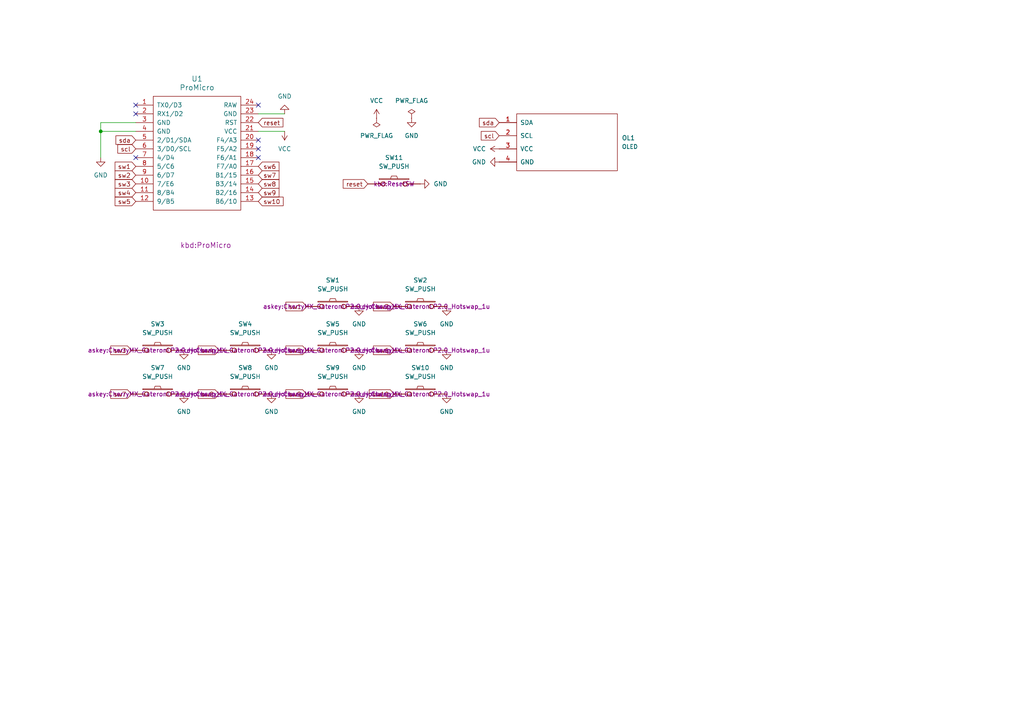
<source format=kicad_sch>
(kicad_sch (version 20231120) (generator "eeschema") (generator_version "8.0")
  (paper "A4")
  (lib_symbols
    (symbol "kbd:OLED" (pin_names (offset 1.016))
      (property "Reference" "OL" (at 0 2.54 0))
      (property "Value" "OLED" (at 0 -1.27 0))
      (symbol "OLED_0_1"
        (rectangle (start -13.97 8.89) (end 15.24 -7.62))
      )
      (symbol "OLED_1_1"
        (pin bidirectional line (at -19.05 6.35 0) (length 5.08) (name "SDA") (number "1"))
        (pin bidirectional line (at -19.05 2.54 0) (length 5.08) (name "SCL") (number "2"))
        (pin power_in line (at -19.05 -1.27 0) (length 5.08) (name "VCC") (number "3"))
        (pin power_in line (at -19.05 -5.08 0) (length 5.08) (name "GND") (number "4"))
      )
    )
    (symbol "kbd:ProMicro" (pin_names (offset 1.016))
      (property "Reference" "U" (at 0 19.05 0))
      (property "Value" "ProMicro" (at 0 -19.05 0))
      (symbol "ProMicro_0_1"
        (rectangle (start -12.7 16.51) (end 12.7 -16.51))
      )
      (symbol "ProMicro_1_1"
        (pin bidirectional line (at -17.78 13.97 0) (length 5.08) (name "TX0/D3") (number "1"))
        (pin bidirectional line (at -17.78 -8.89 0) (length 5.08) (name "7/E6") (number "10"))
        (pin bidirectional line (at -17.78 -11.43 0) (length 5.08) (name "8/B4") (number "11"))
        (pin bidirectional line (at -17.78 -13.97 0) (length 5.08) (name "9/B5") (number "12"))
        (pin bidirectional line (at 17.78 -13.97 180) (length 5.08) (name "B6/10") (number "13"))
        (pin bidirectional line (at 17.78 -11.43 180) (length 5.08) (name "B2/16") (number "14"))
        (pin bidirectional line (at 17.78 -8.89 180) (length 5.08) (name "B3/14") (number "15"))
        (pin bidirectional line (at 17.78 -6.35 180) (length 5.08) (name "B1/15") (number "16"))
        (pin bidirectional line (at 17.78 -3.81 180) (length 5.08) (name "F7/A0") (number "17"))
        (pin bidirectional line (at 17.78 -1.27 180) (length 5.08) (name "F6/A1") (number "18"))
        (pin bidirectional line (at 17.78 1.27 180) (length 5.08) (name "F5/A2") (number "19"))
        (pin bidirectional line (at -17.78 11.43 0) (length 5.08) (name "RX1/D2") (number "2"))
        (pin bidirectional line (at 17.78 3.81 180) (length 5.08) (name "F4/A3") (number "20"))
        (pin power_in line (at 17.78 6.35 180) (length 5.08) (name "VCC") (number "21"))
        (pin input line (at 17.78 8.89 180) (length 5.08) (name "RST") (number "22"))
        (pin power_in line (at 17.78 11.43 180) (length 5.08) (name "GND") (number "23"))
        (pin power_out line (at 17.78 13.97 180) (length 5.08) (name "RAW") (number "24"))
        (pin power_in line (at -17.78 8.89 0) (length 5.08) (name "GND") (number "3"))
        (pin power_in line (at -17.78 6.35 0) (length 5.08) (name "GND") (number "4"))
        (pin bidirectional line (at -17.78 3.81 0) (length 5.08) (name "2/D1/SDA") (number "5"))
        (pin bidirectional line (at -17.78 1.27 0) (length 5.08) (name "3/D0/SCL") (number "6"))
        (pin bidirectional line (at -17.78 -1.27 0) (length 5.08) (name "4/D4") (number "7"))
        (pin bidirectional line (at -17.78 -3.81 0) (length 5.08) (name "5/C6") (number "8"))
        (pin bidirectional line (at -17.78 -6.35 0) (length 5.08) (name "6/D7") (number "9"))
      )
    )
    (symbol "kbd:SW_PUSH" (pin_numbers hide) (pin_names (offset 1.016) hide)
      (property "Reference" "SW" (at 3.81 2.794 0))
      (property "Value" "SW_PUSH" (at 0 -2.032 0))
      (symbol "SW_PUSH_0_1"
        (rectangle (start -4.318 1.27) (end 4.318 1.524))
        (polyline (pts (xy -1.016 1.524) (xy -0.762 2.286) (xy 0.762 2.286) (xy 1.016 1.524)))
        (pin passive inverted (at -7.62 0 0) (length 5.08) (name "1") (number "1"))
        (pin passive inverted (at 7.62 0 180) (length 5.08) (name "2") (number "2"))
      )
    )
    (symbol "power:GND" (power) (pin_numbers hide) (pin_names (offset 0) hide)
      (property "Value" "GND" (at 0 -3.81 0))
      (symbol "GND_0_1"
        (polyline (pts (xy 0 0) (xy 0 -1.27) (xy 1.27 -1.27) (xy 0 -2.54) (xy -1.27 -1.27) (xy 0 -1.27)))
      )
      (symbol "GND_1_1"
        (pin power_in line (at 0 0 270) (length 0) (name "~") (number "1"))
      )
    )
    (symbol "power:PWR_FLAG" (power) (pin_numbers hide) (pin_names (offset 0) hide)
      (property "Value" "PWR_FLAG" (at 0 3.81 0))
      (symbol "PWR_FLAG_0_0"
        (pin power_out line (at 0 0 90) (length 0) (name "~") (number "1"))
      )
      (symbol "PWR_FLAG_0_1"
        (polyline (pts (xy 0 0) (xy 0 1.27) (xy -1.016 1.905) (xy 0 2.54) (xy 1.016 1.905) (xy 0 1.27)))
      )
    )
    (symbol "power:VCC" (power) (pin_numbers hide) (pin_names (offset 0) hide)
      (property "Value" "VCC" (at 0 3.556 0))
      (symbol "VCC_0_1"
        (polyline (pts (xy -0.762 1.27) (xy 0 2.54)))
        (polyline (pts (xy 0 0) (xy 0 2.54)))
        (polyline (pts (xy 0 2.54) (xy 0.762 1.27)))
      )
      (symbol "VCC_1_1"
        (pin power_in line (at 0 0 90) (length 0) (name "~") (number "1"))
      )
    )
  )
  (junction (at 29.21 38.1))
  (no_connect (at 39.37 45.72))
  (no_connect (at 74.93 40.64))
  (no_connect (at 74.93 45.72))
  (no_connect (at 39.37 30.48))
  (no_connect (at 74.93 43.18))
  (no_connect (at 39.37 33.02))
  (no_connect (at 74.93 30.48))
  (wire (pts (xy 29.21 35.56) (xy 29.21 38.1)))
  (wire (pts (xy 39.37 38.1) (xy 29.21 38.1)))
  (wire (pts (xy 74.93 38.1) (xy 82.55 38.1)))
  (wire (pts (xy 29.21 38.1) (xy 29.21 45.72)))
  (wire (pts (xy 39.37 35.56) (xy 29.21 35.56)))
  (wire (pts (xy 74.93 33.02) (xy 82.55 33.02)))
  (global_label "sw4" (shape input) (at 63.5 101.6 180) (property "Intersheetrefs" "${INTERSHEET_REFS}" (effects (hide yes))))
  (global_label "sda" (shape input) (at 144.78 35.56 180) (property "Intersheetrefs" "${INTERSHEET_REFS}" (effects (hide yes))))
  (global_label "sw3" (shape input) (at 39.37 53.34 180) (property "Intersheetrefs" "${INTERSHEET_REFS}" (effects (hide yes))))
  (global_label "scl" (shape input) (at 39.37 43.18 180) (property "Intersheetrefs" "${INTERSHEET_REFS}" (effects (hide yes))))
  (global_label "sw2" (shape input) (at 39.37 50.8 180) (property "Intersheetrefs" "${INTERSHEET_REFS}" (effects (hide yes))))
  (global_label "sw1" (shape input) (at 39.37 48.26 180) (property "Intersheetrefs" "${INTERSHEET_REFS}" (effects (hide yes))))
  (global_label "sw10" (shape input) (at 114.3 114.3 180) (property "Intersheetrefs" "${INTERSHEET_REFS}" (effects (hide yes))))
  (global_label "sw7" (shape input) (at 38.1 114.3 180) (property "Intersheetrefs" "${INTERSHEET_REFS}" (effects (hide yes))))
  (global_label "sw6" (shape input) (at 114.3 101.6 180) (property "Intersheetrefs" "${INTERSHEET_REFS}" (effects (hide yes))))
  (global_label "sw5" (shape input) (at 88.9 101.6 180) (property "Intersheetrefs" "${INTERSHEET_REFS}" (effects (hide yes))))
  (global_label "sda" (shape input) (at 39.37 40.64 180) (property "Intersheetrefs" "${INTERSHEET_REFS}" (effects (hide yes))))
  (global_label "scl" (shape input) (at 144.78 39.37 180) (property "Intersheetrefs" "${INTERSHEET_REFS}" (effects (hide yes))))
  (global_label "sw1" (shape input) (at 88.9 88.9 180) (property "Intersheetrefs" "${INTERSHEET_REFS}" (effects (hide yes))))
  (global_label "sw3" (shape input) (at 38.1 101.6 180) (property "Intersheetrefs" "${INTERSHEET_REFS}" (effects (hide yes))))
  (global_label "sw9" (shape input) (at 88.9 114.3 180) (property "Intersheetrefs" "${INTERSHEET_REFS}" (effects (hide yes))))
  (global_label "sw2" (shape input) (at 114.3 88.9 180) (property "Intersheetrefs" "${INTERSHEET_REFS}" (effects (hide yes))))
  (global_label "sw9" (shape input) (at 74.93 55.88 0) (property "Intersheetrefs" "${INTERSHEET_REFS}" (effects (hide yes))))
  (global_label "sw5" (shape input) (at 39.37 58.42 180) (property "Intersheetrefs" "${INTERSHEET_REFS}" (effects (hide yes))))
  (global_label "sw4" (shape input) (at 39.37 55.88 180) (property "Intersheetrefs" "${INTERSHEET_REFS}" (effects (hide yes))))
  (global_label "sw10" (shape input) (at 74.93 58.42 0) (property "Intersheetrefs" "${INTERSHEET_REFS}" (effects (hide yes))))
  (global_label "sw8" (shape input) (at 63.5 114.3 180) (property "Intersheetrefs" "${INTERSHEET_REFS}" (effects (hide yes))))
  (global_label "sw6" (shape input) (at 74.93 48.26 0) (property "Intersheetrefs" "${INTERSHEET_REFS}" (effects (hide yes))))
  (global_label "reset" (shape input) (at 106.68 53.34 180) (property "Intersheetrefs" "${INTERSHEET_REFS}" (effects (hide yes))))
  (global_label "reset" (shape input) (at 74.93 35.56 0) (property "Intersheetrefs" "${INTERSHEET_REFS}" (effects (hide yes))))
  (global_label "sw7" (shape input) (at 74.93 50.8 0) (property "Intersheetrefs" "${INTERSHEET_REFS}" (effects (hide yes))))
  (global_label "sw8" (shape input) (at 74.93 53.34 0) (property "Intersheetrefs" "${INTERSHEET_REFS}" (effects (hide yes))))
  (symbol (lib_id "power:GND") (at 104.14 101.6 0) (unit 1)
    (property "Reference" "#PWR013" (effects (hide yes)))
    (property "Value" "GND" (at 104.14 106.68 0))
    (property "Description" "Power symbol creates a global label with name \"GND\" , ground" (effects (hide yes)))
  )
  (symbol (lib_id "kbd:SW_PUSH") (at 121.92 88.9 0) (unit 1)
    (property "Reference" "SW2" (at 121.92 81.28 0))
    (property "Value" "SW_PUSH" (at 121.92 83.82 0))
    (property "Footprint" "askey:CherryMX_GateronLP2.0_Hotswap_1u" (at 121.92 88.9 0))
  )
  (symbol (lib_id "kbd:SW_PUSH") (at 96.52 88.9 0) (unit 1)
    (property "Reference" "SW1" (at 96.52 81.28 0))
    (property "Value" "SW_PUSH" (at 96.52 83.82 0))
    (property "Footprint" "askey:CherryMX_GateronLP2.0_Hotswap_1u" (at 96.52 88.9 0))
  )
  (symbol (lib_id "power:GND") (at 53.34 101.6 0) (unit 1)
    (property "Reference" "#PWR011" (effects (hide yes)))
    (property "Value" "GND" (at 53.34 106.68 0))
    (property "Description" "Power symbol creates a global label with name \"GND\" , ground" (effects (hide yes)))
  )
  (symbol (lib_id "power:VCC") (at 144.78 43.18 90) (unit 1)
    (property "Reference" "#PWR06" (effects (hide yes)))
    (property "Value" "VCC" (at 140.97 43.1799 90) (effects (justify left)))
    (property "Description" "Power symbol creates a global label with name \"VCC\"" (effects (hide yes)))
  )
  (symbol (lib_id "power:GND") (at 129.54 88.9 0) (unit 1)
    (property "Reference" "#PWR010" (effects (hide yes)))
    (property "Value" "GND" (at 129.54 93.98 0))
    (property "Description" "Power symbol creates a global label with name \"GND\" , ground" (effects (hide yes)))
  )
  (symbol (lib_id "power:GND") (at 129.54 114.3 0) (unit 1)
    (property "Reference" "#PWR018" (effects (hide yes)))
    (property "Value" "GND" (at 129.54 119.38 0))
    (property "Description" "Power symbol creates a global label with name \"GND\" , ground" (effects (hide yes)))
  )
  (symbol (lib_id "power:PWR_FLAG") (at 109.22 34.29 180) (unit 1)
    (property "Reference" "#FLG01" (effects (hide yes)))
    (property "Value" "PWR_FLAG" (at 109.22 39.37 0))
    (property "Description" "Special symbol for telling ERC where power comes from" (effects (hide yes)))
  )
  (symbol (lib_id "power:GND") (at 104.14 88.9 0) (unit 1)
    (property "Reference" "#PWR09" (effects (hide yes)))
    (property "Value" "GND" (at 104.14 93.98 0))
    (property "Description" "Power symbol creates a global label with name \"GND\" , ground" (effects (hide yes)))
  )
  (symbol (lib_id "power:GND") (at 29.21 45.72 0) (unit 1)
    (property "Reference" "#PWR01" (effects (hide yes)))
    (property "Value" "GND" (at 29.21 50.8 0))
    (property "Description" "Power symbol creates a global label with name \"GND\" , ground" (effects (hide yes)))
  )
  (symbol (lib_id "kbd:OLED") (at 163.83 41.91 0) (unit 1)
    (property "Reference" "OL1" (at 180.34 40.005 0) (effects (font (size 1.2954 1.2954)) (justify left)))
    (property "Value" "OLED" (at 180.34 42.545 0) (effects (font (size 1.1938 1.1938)) (justify left)))
    (property "Footprint" "kbd:OLED" (effects (hide yes)))
  )
  (symbol (lib_id "power:GND") (at 119.38 34.29 0) (unit 1)
    (property "Reference" "#PWR05" (effects (hide yes)))
    (property "Value" "GND" (at 119.38 39.37 0))
    (property "Description" "Power symbol creates a global label with name \"GND\" , ground" (effects (hide yes)))
  )
  (symbol (lib_id "power:GND") (at 129.54 101.6 0) (unit 1)
    (property "Reference" "#PWR014" (effects (hide yes)))
    (property "Value" "GND" (at 129.54 106.68 0))
    (property "Description" "Power symbol creates a global label with name \"GND\" , ground" (effects (hide yes)))
  )
  (symbol (lib_id "power:GND") (at 53.34 114.3 0) (unit 1)
    (property "Reference" "#PWR015" (effects (hide yes)))
    (property "Value" "GND" (at 53.34 119.38 0))
    (property "Description" "Power symbol creates a global label with name \"GND\" , ground" (effects (hide yes)))
  )
  (symbol (lib_id "power:GND") (at 121.92 53.34 90) (unit 1)
    (property "Reference" "#PWR08" (effects (hide yes)))
    (property "Value" "GND" (at 125.73 53.3399 90) (effects (justify right)))
    (property "Description" "Power symbol creates a global label with name \"GND\" , ground" (effects (hide yes)))
  )
  (symbol (lib_id "kbd:ProMicro") (at 57.15 44.45 0) (unit 1)
    (property "Reference" "U1" (at 57.15 22.86 0) (effects (font (size 1.524 1.524))))
    (property "Value" "ProMicro" (at 57.15 25.4 0) (effects (font (size 1.524 1.524))))
    (property "Footprint" "kbd:ProMicro" (at 59.69 71.12 0) (effects (font (size 1.524 1.524))))
  )
  (symbol (lib_id "power:GND") (at 144.78 46.99 270) (unit 1)
    (property "Reference" "#PWR07" (effects (hide yes)))
    (property "Value" "GND" (at 140.97 46.9899 90) (effects (justify right)))
    (property "Description" "Power symbol creates a global label with name \"GND\" , ground" (effects (hide yes)))
  )
  (symbol (lib_id "kbd:SW_PUSH") (at 45.72 101.6 0) (unit 1)
    (property "Reference" "SW3" (at 45.72 93.98 0))
    (property "Value" "SW_PUSH" (at 45.72 96.52 0))
    (property "Footprint" "askey:CherryMX_GateronLP2.0_Hotswap_1u" (at 45.72 101.6 0))
  )
  (symbol (lib_id "kbd:SW_PUSH") (at 71.12 114.3 0) (unit 1)
    (property "Reference" "SW8" (at 71.12 106.68 0))
    (property "Value" "SW_PUSH" (at 71.12 109.22 0))
    (property "Footprint" "askey:CherryMX_GateronLP2.0_Hotswap_1u" (at 71.12 114.3 0))
  )
  (symbol (lib_id "power:GND") (at 78.74 101.6 0) (unit 1)
    (property "Reference" "#PWR012" (effects (hide yes)))
    (property "Value" "GND" (at 78.74 106.68 0))
    (property "Description" "Power symbol creates a global label with name \"GND\" , ground" (effects (hide yes)))
  )
  (symbol (lib_id "kbd:SW_PUSH") (at 121.92 114.3 0) (unit 1)
    (property "Reference" "SW10" (at 121.92 106.68 0))
    (property "Value" "SW_PUSH" (at 121.92 109.22 0))
    (property "Footprint" "askey:CherryMX_GateronLP2.0_Hotswap_1u" (at 121.92 114.3 0))
  )
  (symbol (lib_id "kbd:SW_PUSH") (at 71.12 101.6 0) (unit 1)
    (property "Reference" "SW4" (at 71.12 93.98 0))
    (property "Value" "SW_PUSH" (at 71.12 96.52 0))
    (property "Footprint" "askey:CherryMX_GateronLP2.0_Hotswap_1u" (at 71.12 101.6 0))
  )
  (symbol (lib_id "power:PWR_FLAG") (at 119.38 34.29 0) (unit 1)
    (property "Reference" "#FLG02" (effects (hide yes)))
    (property "Value" "PWR_FLAG" (at 119.38 29.21 0))
    (property "Description" "Special symbol for telling ERC where power comes from" (effects (hide yes)))
  )
  (symbol (lib_id "kbd:SW_PUSH") (at 45.72 114.3 0) (unit 1)
    (property "Reference" "SW7" (at 45.72 106.68 0))
    (property "Value" "SW_PUSH" (at 45.72 109.22 0))
    (property "Footprint" "askey:CherryMX_GateronLP2.0_Hotswap_1u" (at 45.72 114.3 0))
  )
  (symbol (lib_id "power:GND") (at 82.55 33.02 180) (unit 1)
    (property "Reference" "#PWR04" (effects (hide yes)))
    (property "Value" "GND" (at 82.55 27.94 0))
    (property "Description" "Power symbol creates a global label with name \"GND\" , ground" (effects (hide yes)))
  )
  (symbol (lib_id "kbd:SW_PUSH") (at 96.52 114.3 0) (unit 1)
    (property "Reference" "SW9" (at 96.52 106.68 0))
    (property "Value" "SW_PUSH" (at 96.52 109.22 0))
    (property "Footprint" "askey:CherryMX_GateronLP2.0_Hotswap_1u" (at 96.52 114.3 0))
  )
  (symbol (lib_id "kbd:SW_PUSH") (at 114.3 53.34 0) (unit 1)
    (property "Reference" "SW11" (at 114.3 45.72 0))
    (property "Value" "SW_PUSH" (at 114.3 48.26 0))
    (property "Footprint" "kbd:ResetSW" (at 114.3 53.34 0))
  )
  (symbol (lib_id "kbd:SW_PUSH") (at 121.92 101.6 0) (unit 1)
    (property "Reference" "SW6" (at 121.92 93.98 0))
    (property "Value" "SW_PUSH" (at 121.92 96.52 0))
    (property "Footprint" "askey:CherryMX_GateronLP2.0_Hotswap_1u" (at 121.92 101.6 0))
  )
  (symbol (lib_id "power:GND") (at 78.74 114.3 0) (unit 1)
    (property "Reference" "#PWR016" (effects (hide yes)))
    (property "Value" "GND" (at 78.74 119.38 0))
    (property "Description" "Power symbol creates a global label with name \"GND\" , ground" (effects (hide yes)))
  )
  (symbol (lib_id "power:GND") (at 104.14 114.3 0) (unit 1)
    (property "Reference" "#PWR017" (effects (hide yes)))
    (property "Value" "GND" (at 104.14 119.38 0))
    (property "Description" "Power symbol creates a global label with name \"GND\" , ground" (effects (hide yes)))
  )
  (symbol (lib_id "kbd:SW_PUSH") (at 96.52 101.6 0) (unit 1)
    (property "Reference" "SW5" (at 96.52 93.98 0))
    (property "Value" "SW_PUSH" (at 96.52 96.52 0))
    (property "Footprint" "askey:CherryMX_GateronLP2.0_Hotswap_1u" (at 96.52 101.6 0))
  )
  (symbol (lib_id "power:VCC") (at 82.55 38.1 180) (unit 1)
    (property "Reference" "#PWR03" (effects (hide yes)))
    (property "Value" "VCC" (at 82.55 43.18 0))
    (property "Description" "Power symbol creates a global label with name \"VCC\"" (effects (hide yes)))
  )
  (symbol (lib_id "power:VCC") (at 109.22 34.29 0) (unit 1)
    (property "Reference" "#PWR02" (effects (hide yes)))
    (property "Value" "VCC" (at 109.22 29.21 0))
    (property "Description" "Power symbol creates a global label with name \"VCC\"" (effects (hide yes)))
  )
)
</source>
